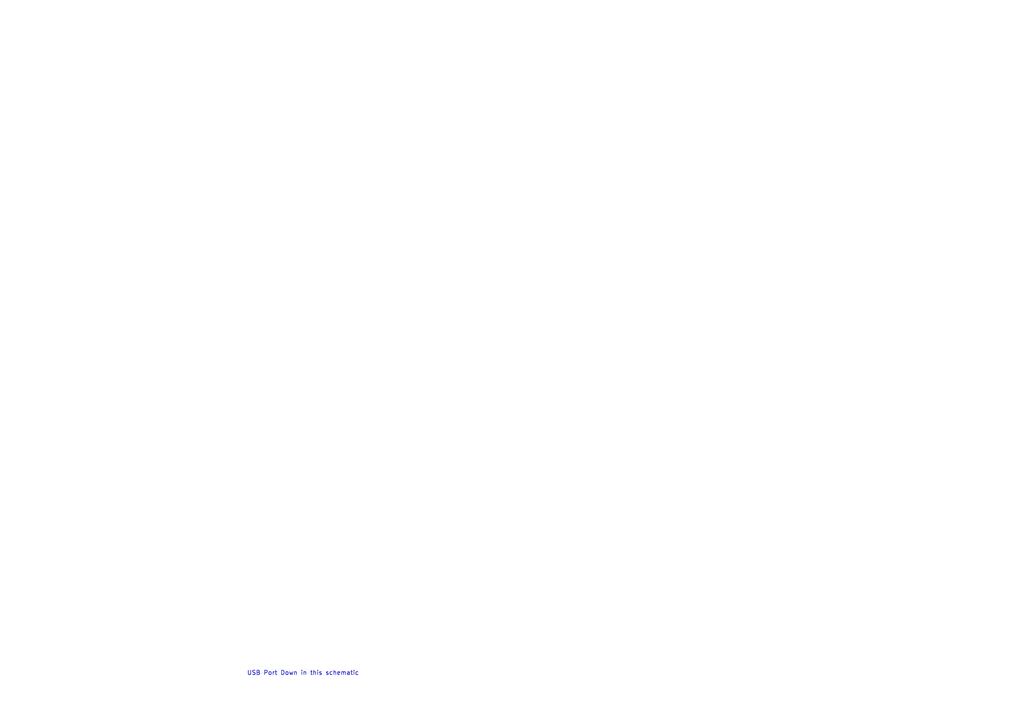
<source format=kicad_sch>
(kicad_sch
	(version 20250114)
	(generator "eeschema")
	(generator_version "9.0")
	(uuid "1def7f18-e6bd-4910-8ec3-d1ec7f8793fe")
	(paper "A4")
	(lib_symbols)
	(text "USB Port Down in this schematic\n"
		(exclude_from_sim no)
		(at 87.884 195.326 0)
		(effects
			(font
				(size 1.27 1.27)
			)
		)
		(uuid "d340d644-5692-4792-a6ac-8a47482713de")
	)
)

</source>
